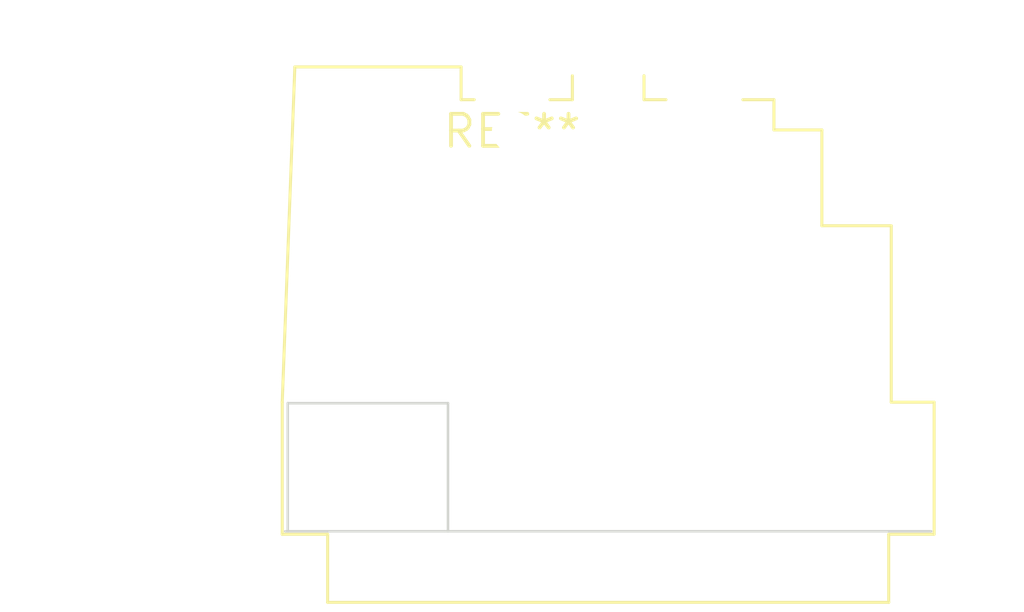
<source format=kicad_pcb>
(kicad_pcb (version 20240108) (generator pcbnew)
  (layers (0 "F.Cu" signal) (31 "B.Cu" signal) (34 "B.Paste" user) (35 "F.Paste" user) (36 "B.SilkS" user "B.Silkscreen") (37 "F.SilkS" user "F.Silkscreen") (38 "B.Mask" user) (39 "F.Mask" user) (44 "Edge.Cuts" user))
  (net 0 "")
  (footprint "Jack_XLR_Neutrik_NC3FAHL1-0_Horizontal" (layer "F.Cu") (at 0 0)
    (property "Reference" "REF**")
    (property "Value" "Jack_XLR_Neutrik_NC3FAHL1-0_Horizontal")
    (fp_line (start -9.11 10.75) (end -8.61 -2.55) (layer "F.SilkS") (stroke (width 0.12)))
    (fp_line (start -9.11 15.99) (end -9.11 10.75) (layer "F.SilkS") (stroke (width 0.12)))
    (fp_line (start -8.61 -2.55) (end -2.02 -2.55) (layer "F.SilkS") (stroke (width 0.12)))
    (fp_line (start -7.31 15.99) (end -9.11 15.99) (layer "F.SilkS") (stroke (width 0.12)))
    (fp_line (start -7.31 15.99) (end -7.31 18.69) (layer "F.SilkS") (stroke (width 0.12)))
    (fp_line (start -2.02 -2.55) (end -2.02 -1.25) (layer "F.SilkS") (stroke (width 0.12)))
    (fp_line (start -2.02 -1.25) (end -1.5 -1.25) (layer "F.SilkS") (stroke (width 0.12)))
    (fp_line (start 1.5 -1.25) (end 2.39 -1.25) (layer "F.SilkS") (stroke (width 0.12)))
    (fp_line (start 2.39 -1.25) (end 2.39 -2.2) (layer "F.SilkS") (stroke (width 0.12)))
    (fp_line (start 5.23 -1.25) (end 5.23 -2.2) (layer "F.SilkS") (stroke (width 0.12)))
    (fp_line (start 5.23 -1.25) (end 6.1 -1.25) (layer "F.SilkS") (stroke (width 0.12)))
    (fp_line (start 9.15 -1.25) (end 10.38 -1.25) (layer "F.SilkS") (stroke (width 0.12)))
    (fp_line (start 10.38 -0.05) (end 10.38 -1.25) (layer "F.SilkS") (stroke (width 0.12)))
    (fp_line (start 10.38 -0.05) (end 12.28 -0.05) (layer "F.SilkS") (stroke (width 0.12)))
    (fp_line (start 12.28 3.75) (end 12.28 -0.05) (layer "F.SilkS") (stroke (width 0.12)))
    (fp_line (start 12.28 3.75) (end 15.03 3.75) (layer "F.SilkS") (stroke (width 0.12)))
    (fp_line (start 14.93 15.99) (end 14.93 18.69) (layer "F.SilkS") (stroke (width 0.12)))
    (fp_line (start 14.93 18.69) (end -7.31 18.69) (layer "F.SilkS") (stroke (width 0.12)))
    (fp_line (start 15.03 10.75) (end 15.03 3.75) (layer "F.SilkS") (stroke (width 0.12)))
    (fp_line (start 15.03 10.75) (end 16.73 10.75) (layer "F.SilkS") (stroke (width 0.12)))
    (fp_line (start 16.73 15.99) (end 14.93 15.99) (layer "F.SilkS") (stroke (width 0.12)))
    (fp_line (start 16.73 15.99) (end 16.73 10.75) (layer "F.SilkS") (stroke (width 0.12)))
    (fp_line (start -8.89 10.79) (end -8.89 15.87) (layer "Edge.Cuts") (stroke (width 0.1)))
    (fp_line (start -2.54 10.79) (end -8.89 10.79) (layer "Edge.Cuts") (stroke (width 0.1)))
    (fp_line (start -2.54 15.87) (end -2.54 10.79) (layer "Edge.Cuts") (stroke (width 0.1)))
    (fp_line (start 16.61 15.87) (end -8.99 15.87) (layer "Edge.Cuts") (stroke (width 0.1)))
    (pad "" np_thru_hole circle (at 9.52 7.61) (size 1.2 1.2) (drill 1.2) (layers *.Cu *.Mask))
    (pad "1" thru_hole circle (at 0 0) (size 3.4 3.4) (drill 1.6) (layers *.Cu *.Mask) (remove_unused_layers))
    (pad "2" thru_hole circle (at 3.81 -3.18) (size 2.9 2.9) (drill 1.2) (layers *.Cu *.Mask) (remove_unused_layers))
    (pad "3" thru_hole circle (at 7.62 0) (size 3.4 3.4) (drill 1.6) (layers *.Cu *.Mask) (remove_unused_layers))
  )
)
</source>
